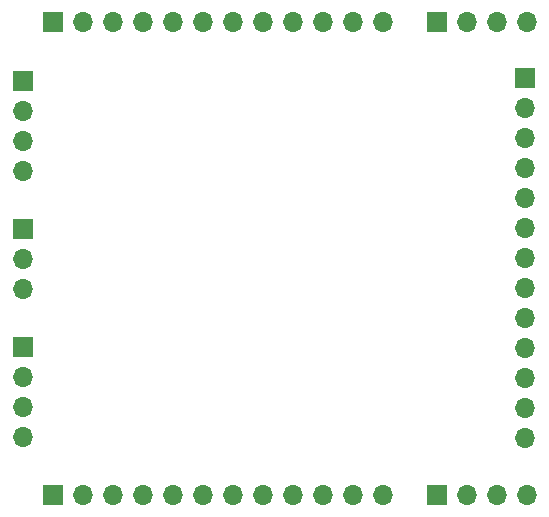
<source format=gbr>
%TF.GenerationSoftware,KiCad,Pcbnew,(5.1.9)-1*%
%TF.CreationDate,2021-10-14T16:08:06-04:00*%
%TF.ProjectId,ModularPreamp-ParallelInputs,4d6f6475-6c61-4725-9072-65616d702d50,rev?*%
%TF.SameCoordinates,Original*%
%TF.FileFunction,Soldermask,Bot*%
%TF.FilePolarity,Negative*%
%FSLAX46Y46*%
G04 Gerber Fmt 4.6, Leading zero omitted, Abs format (unit mm)*
G04 Created by KiCad (PCBNEW (5.1.9)-1) date 2021-10-14 16:08:06*
%MOMM*%
%LPD*%
G01*
G04 APERTURE LIST*
%ADD10O,1.700000X1.700000*%
%ADD11R,1.700000X1.700000*%
G04 APERTURE END LIST*
D10*
%TO.C,J5*%
X102500000Y-97580000D03*
X102500000Y-95040000D03*
D11*
X102500000Y-92500000D03*
%TD*%
D10*
%TO.C,J13*%
X102500000Y-87620000D03*
X102500000Y-85080000D03*
X102500000Y-82540000D03*
D11*
X102500000Y-80000000D03*
%TD*%
D10*
%TO.C,J12*%
X102500000Y-110120000D03*
X102500000Y-107580000D03*
X102500000Y-105040000D03*
D11*
X102500000Y-102500000D03*
%TD*%
D10*
%TO.C,J7*%
X145000000Y-110240000D03*
X145000000Y-107700000D03*
X145000000Y-105160000D03*
X145000000Y-102620000D03*
X145000000Y-100080000D03*
X145000000Y-97540000D03*
X145000000Y-95000000D03*
X145000000Y-92460000D03*
X145000000Y-89920000D03*
X145000000Y-87380000D03*
X145000000Y-84840000D03*
X145000000Y-82300000D03*
D11*
X145000000Y-79760000D03*
%TD*%
D10*
%TO.C,J11*%
X145120000Y-75000000D03*
X142580000Y-75000000D03*
X140040000Y-75000000D03*
D11*
X137500000Y-75000000D03*
%TD*%
D10*
%TO.C,J10*%
X145120000Y-115000000D03*
X142580000Y-115000000D03*
X140040000Y-115000000D03*
D11*
X137500000Y-115000000D03*
%TD*%
D10*
%TO.C,J8*%
X132940000Y-115000000D03*
X130400000Y-115000000D03*
X127860000Y-115000000D03*
X125320000Y-115000000D03*
X122780000Y-115000000D03*
X120240000Y-115000000D03*
X117700000Y-115000000D03*
X115160000Y-115000000D03*
X112620000Y-115000000D03*
X110080000Y-115000000D03*
X107540000Y-115000000D03*
D11*
X105000000Y-115000000D03*
%TD*%
D10*
%TO.C,J6*%
X132940000Y-75000000D03*
X130400000Y-75000000D03*
X127860000Y-75000000D03*
X125320000Y-75000000D03*
X122780000Y-75000000D03*
X120240000Y-75000000D03*
X117700000Y-75000000D03*
X115160000Y-75000000D03*
X112620000Y-75000000D03*
X110080000Y-75000000D03*
X107540000Y-75000000D03*
D11*
X105000000Y-75000000D03*
%TD*%
M02*

</source>
